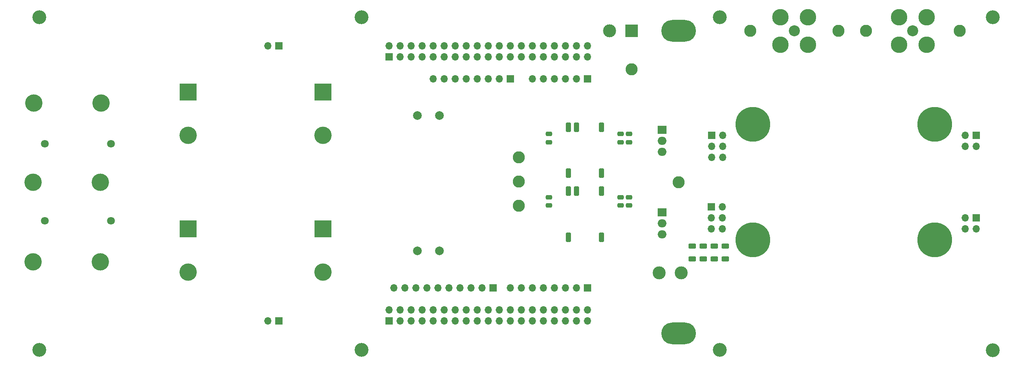
<source format=gbr>
%TF.GenerationSoftware,KiCad,Pcbnew,9.0.2*%
%TF.CreationDate,2025-08-05T09:14:22-05:00*%
%TF.ProjectId,ST2402,53543234-3032-42e6-9b69-6361645f7063,1*%
%TF.SameCoordinates,Original*%
%TF.FileFunction,Soldermask,Bot*%
%TF.FilePolarity,Negative*%
%FSLAX46Y46*%
G04 Gerber Fmt 4.6, Leading zero omitted, Abs format (unit mm)*
G04 Created by KiCad (PCBNEW 9.0.2) date 2025-08-05 09:14:22*
%MOMM*%
%LPD*%
G01*
G04 APERTURE LIST*
G04 Aperture macros list*
%AMRoundRect*
0 Rectangle with rounded corners*
0 $1 Rounding radius*
0 $2 $3 $4 $5 $6 $7 $8 $9 X,Y pos of 4 corners*
0 Add a 4 corners polygon primitive as box body*
4,1,4,$2,$3,$4,$5,$6,$7,$8,$9,$2,$3,0*
0 Add four circle primitives for the rounded corners*
1,1,$1+$1,$2,$3*
1,1,$1+$1,$4,$5*
1,1,$1+$1,$6,$7*
1,1,$1+$1,$8,$9*
0 Add four rect primitives between the rounded corners*
20,1,$1+$1,$2,$3,$4,$5,0*
20,1,$1+$1,$4,$5,$6,$7,0*
20,1,$1+$1,$6,$7,$8,$9,0*
20,1,$1+$1,$8,$9,$2,$3,0*%
G04 Aperture macros list end*
%ADD10RoundRect,0.250000X0.625000X-0.312500X0.625000X0.312500X-0.625000X0.312500X-0.625000X-0.312500X0*%
%ADD11C,3.200000*%
%ADD12C,2.000000*%
%ADD13O,8.000000X5.000000*%
%ADD14R,1.700000X1.700000*%
%ADD15O,1.700000X1.700000*%
%ADD16R,2.000000X1.905000*%
%ADD17O,2.000000X1.905000*%
%ADD18C,8.000000*%
%ADD19C,3.000000*%
%ADD20R,3.000000X3.000000*%
%ADD21C,2.800000*%
%ADD22C,2.540000*%
%ADD23C,3.810000*%
%ADD24C,1.800000*%
%ADD25R,4.000000X4.000000*%
%ADD26C,4.000000*%
%ADD27RoundRect,0.300000X-0.300000X-0.800000X0.300000X-0.800000X0.300000X0.800000X-0.300000X0.800000X0*%
%ADD28RoundRect,0.250000X0.475000X-0.250000X0.475000X0.250000X-0.475000X0.250000X-0.475000X-0.250000X0*%
G04 APERTURE END LIST*
D10*
%TO.C,R8*%
X194945000Y-114850000D03*
X194945000Y-111925000D03*
%TD*%
%TO.C,R7*%
X192405000Y-114850000D03*
X192405000Y-111925000D03*
%TD*%
%TO.C,R6*%
X189865000Y-114850000D03*
X189865000Y-111925000D03*
%TD*%
%TO.C,R5*%
X187325000Y-114850000D03*
X187325000Y-111925000D03*
%TD*%
D11*
%TO.C,H1*%
X256540000Y-59055000D03*
%TD*%
%TO.C,H2*%
X256540000Y-136000000D03*
%TD*%
%TO.C,H3*%
X193675000Y-59055000D03*
%TD*%
%TO.C,H4*%
X193675000Y-135890000D03*
%TD*%
%TO.C,H5*%
X36830000Y-59055000D03*
%TD*%
%TO.C,H6*%
X36830000Y-135890000D03*
%TD*%
%TO.C,H7*%
X111125000Y-135890000D03*
%TD*%
%TO.C,H8*%
X111125000Y-59055000D03*
%TD*%
D12*
%TO.C,F2*%
X129032000Y-113040000D03*
X123952000Y-113030000D03*
%TD*%
D13*
%TO.C,TP2*%
X184150000Y-132080000D03*
%TD*%
D14*
%TO.C,J11*%
X252750000Y-105430000D03*
D15*
X250210000Y-105430000D03*
X252750000Y-107970000D03*
X250210000Y-107970000D03*
%TD*%
D16*
%TO.C,Q1*%
X180340000Y-85090000D03*
D17*
X180340000Y-87630000D03*
X180340000Y-90170000D03*
%TD*%
D14*
%TO.C,J22*%
X191765000Y-102885000D03*
D15*
X194305000Y-102885000D03*
X191765000Y-105425000D03*
X194305000Y-105425000D03*
X191765000Y-107965000D03*
X194305000Y-107965000D03*
%TD*%
D14*
%TO.C,J2*%
X117475000Y-68275000D03*
D15*
X117475000Y-65735000D03*
X120015000Y-68275000D03*
X120015000Y-65735000D03*
X122555000Y-68275000D03*
X122555000Y-65735000D03*
X125095000Y-68275000D03*
X125095000Y-65735000D03*
X127635000Y-68275000D03*
X127635000Y-65735000D03*
X130175000Y-68275000D03*
X130175000Y-65735000D03*
X132715000Y-68275000D03*
X132715000Y-65735000D03*
X135255000Y-68275000D03*
X135255000Y-65735000D03*
X137795000Y-68275000D03*
X137795000Y-65735000D03*
X140335000Y-68275000D03*
X140335000Y-65735000D03*
X142875000Y-68275000D03*
X142875000Y-65735000D03*
X145415000Y-68275000D03*
X145415000Y-65735000D03*
X147955000Y-68275000D03*
X147955000Y-65735000D03*
X150495000Y-68275000D03*
X150495000Y-65735000D03*
X153035000Y-68275000D03*
X153035000Y-65735000D03*
X155575000Y-68275000D03*
X155575000Y-65735000D03*
X158115000Y-68275000D03*
X158115000Y-65735000D03*
X160655000Y-68275000D03*
X160655000Y-65735000D03*
X163195000Y-68275000D03*
X163195000Y-65735000D03*
%TD*%
D14*
%TO.C,J12*%
X252750000Y-86380000D03*
D15*
X250210000Y-86380000D03*
X252750000Y-88920000D03*
X250210000Y-88920000D03*
%TD*%
D14*
%TO.C,J4*%
X145415000Y-73355000D03*
D15*
X142875000Y-73355000D03*
X140335000Y-73355000D03*
X137795000Y-73355000D03*
X135255000Y-73355000D03*
X132715000Y-73355000D03*
X130175000Y-73355000D03*
X127635000Y-73355000D03*
%TD*%
D18*
%TO.C,TP18*%
X243205000Y-83820000D03*
%TD*%
D19*
%TO.C,J14*%
X179705000Y-118110000D03*
%TD*%
D20*
%TO.C,J9*%
X173355000Y-62230000D03*
D19*
X168275000Y-62230000D03*
%TD*%
D21*
%TO.C,TP6*%
X184150000Y-97155000D03*
%TD*%
D12*
%TO.C,F1*%
X129032000Y-81798000D03*
X123952000Y-81788000D03*
%TD*%
D22*
%TO.C,J19*%
X210820000Y-62230000D03*
D23*
X207645000Y-59055000D03*
X207645000Y-65405000D03*
X213995000Y-59055000D03*
X213995000Y-65405000D03*
%TD*%
D24*
%TO.C,R9*%
X38100000Y-88265000D03*
X53340000Y-88265000D03*
%TD*%
D22*
%TO.C,J13*%
X238125000Y-62230000D03*
D23*
X234950000Y-59055000D03*
X234950000Y-65405000D03*
X241300000Y-59055000D03*
X241300000Y-65405000D03*
%TD*%
D18*
%TO.C,TP17*%
X201295000Y-110490000D03*
%TD*%
D21*
%TO.C,TP14*%
X200660000Y-62230000D03*
%TD*%
D25*
%TO.C,C14*%
X102235000Y-107950000D03*
D26*
X102235000Y-117950000D03*
%TD*%
D14*
%TO.C,J1*%
X117475000Y-129185000D03*
D15*
X117475000Y-126645000D03*
X120015000Y-129185000D03*
X120015000Y-126645000D03*
X122555000Y-129185000D03*
X122555000Y-126645000D03*
X125095000Y-129185000D03*
X125095000Y-126645000D03*
X127635000Y-129185000D03*
X127635000Y-126645000D03*
X130175000Y-129185000D03*
X130175000Y-126645000D03*
X132715000Y-129185000D03*
X132715000Y-126645000D03*
X135255000Y-129185000D03*
X135255000Y-126645000D03*
X137795000Y-129185000D03*
X137795000Y-126645000D03*
X140335000Y-129185000D03*
X140335000Y-126645000D03*
X142875000Y-129185000D03*
X142875000Y-126645000D03*
X145415000Y-129185000D03*
X145415000Y-126645000D03*
X147955000Y-129185000D03*
X147955000Y-126645000D03*
X150495000Y-129185000D03*
X150495000Y-126645000D03*
X153035000Y-129185000D03*
X153035000Y-126645000D03*
X155575000Y-129185000D03*
X155575000Y-126645000D03*
X158115000Y-129185000D03*
X158115000Y-126645000D03*
X160655000Y-129185000D03*
X160655000Y-126645000D03*
X163195000Y-129185000D03*
X163195000Y-126645000D03*
%TD*%
D21*
%TO.C,TP12*%
X173355000Y-71120000D03*
%TD*%
D25*
%TO.C,C10*%
X71120000Y-76360000D03*
D26*
X71120000Y-86360000D03*
%TD*%
D14*
%TO.C,J8*%
X92075000Y-65659000D03*
D15*
X89535000Y-65659000D03*
%TD*%
D14*
%TO.C,J6*%
X141395000Y-121585000D03*
D15*
X138855000Y-121585000D03*
X136315000Y-121585000D03*
X133775000Y-121585000D03*
X131235000Y-121585000D03*
X128695000Y-121585000D03*
X126155000Y-121585000D03*
X123615000Y-121585000D03*
X121075000Y-121585000D03*
X118535000Y-121585000D03*
%TD*%
D21*
%TO.C,TP5*%
X147320000Y-97028000D03*
%TD*%
%TO.C,TP4*%
X147320000Y-91440000D03*
%TD*%
D19*
%TO.C,J18*%
X184785000Y-118110000D03*
%TD*%
D26*
%TO.C,J16*%
X50930000Y-97155000D03*
X35430000Y-97155000D03*
%TD*%
D21*
%TO.C,TP11*%
X147320000Y-102616000D03*
%TD*%
D16*
%TO.C,Q2*%
X180340000Y-104140000D03*
D17*
X180340000Y-106680000D03*
X180340000Y-109220000D03*
%TD*%
D14*
%TO.C,J5*%
X163195000Y-73355000D03*
D15*
X160655000Y-73355000D03*
X158115000Y-73355000D03*
X155575000Y-73355000D03*
X153035000Y-73355000D03*
X150495000Y-73355000D03*
%TD*%
D13*
%TO.C,TP1*%
X184150000Y-62230000D03*
%TD*%
D18*
%TO.C,TP16*%
X201295000Y-83820000D03*
%TD*%
D24*
%TO.C,R10*%
X53340000Y-106045000D03*
X38100000Y-106045000D03*
%TD*%
D26*
%TO.C,J17*%
X50930000Y-115570000D03*
X35430000Y-115570000D03*
%TD*%
%TO.C,J15*%
X51060000Y-78900000D03*
X35560000Y-78900000D03*
%TD*%
D21*
%TO.C,TP15*%
X220980000Y-62230000D03*
%TD*%
%TO.C,TP13*%
X248920000Y-62230000D03*
%TD*%
D25*
%TO.C,C13*%
X71120000Y-107950000D03*
D26*
X71120000Y-117950000D03*
%TD*%
D14*
%TO.C,J7*%
X92075000Y-129185000D03*
D15*
X89535000Y-129185000D03*
%TD*%
D14*
%TO.C,J3*%
X163195000Y-121585000D03*
D15*
X160655000Y-121585000D03*
X158115000Y-121585000D03*
X155575000Y-121585000D03*
X153035000Y-121585000D03*
X150495000Y-121585000D03*
X147955000Y-121585000D03*
X145415000Y-121585000D03*
%TD*%
D14*
%TO.C,J21*%
X191770000Y-86360000D03*
D15*
X194310000Y-86360000D03*
X191770000Y-88900000D03*
X194310000Y-88900000D03*
X191770000Y-91440000D03*
X194310000Y-91440000D03*
%TD*%
D18*
%TO.C,TP19*%
X243205000Y-110490000D03*
%TD*%
D21*
%TO.C,TP10*%
X227330000Y-62230000D03*
%TD*%
D25*
%TO.C,C11*%
X102235000Y-76360000D03*
D26*
X102235000Y-86360000D03*
%TD*%
D27*
%TO.C,U7*%
X158750000Y-99255000D03*
X160655000Y-99255000D03*
X166370000Y-99255000D03*
X166370000Y-109855000D03*
X158750000Y-109855000D03*
%TD*%
D28*
%TO.C,C6*%
X154305000Y-87945000D03*
X154305000Y-86045000D03*
%TD*%
%TO.C,C35*%
X170815000Y-102550000D03*
X170815000Y-100650000D03*
%TD*%
%TO.C,C34*%
X170815000Y-87945000D03*
X170815000Y-86045000D03*
%TD*%
%TO.C,C4*%
X154305000Y-102550000D03*
X154305000Y-100650000D03*
%TD*%
%TO.C,C36*%
X172720000Y-87945000D03*
X172720000Y-86045000D03*
%TD*%
D27*
%TO.C,U1*%
X158750000Y-84455000D03*
X160655000Y-84455000D03*
X166370000Y-84455000D03*
X166370000Y-95055000D03*
X158750000Y-95055000D03*
%TD*%
D28*
%TO.C,C37*%
X172720000Y-102550000D03*
X172720000Y-100650000D03*
%TD*%
M02*

</source>
